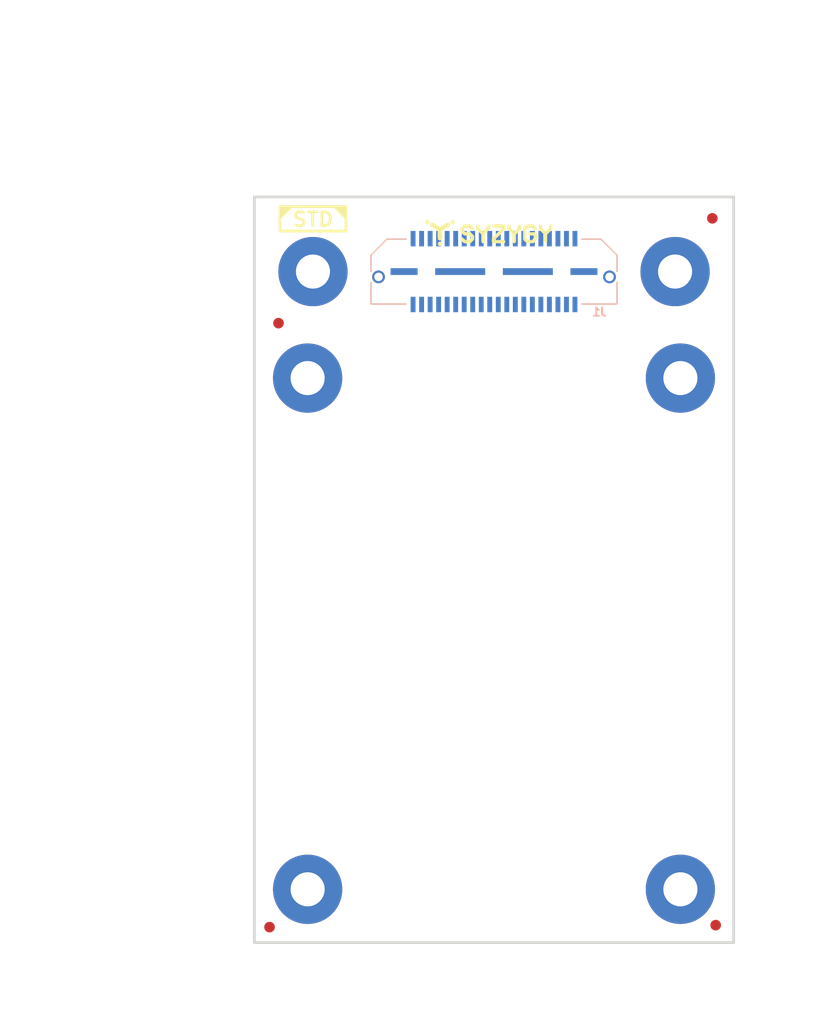
<source format=kicad_pcb>
(kicad_pcb (version 20240108) (generator "pcbnew") (generator_version "8.0")
  (layers (0 "F.Cu" signal) (1 "In1.Cu" signal) (2 "In2.Cu" signal) (31 "B.Cu" signal) (34 "B.Paste" user) (35 "F.Paste" user) (36 "B.SilkS" user "B.Silkscreen") (37 "F.SilkS" user "F.Silkscreen") (38 "B.Mask" user) (39 "F.Mask" user) (44 "Edge.Cuts" user))
  (net 0 "")
  (footprint "Fiducial:Fiducial_1mm_Mask2mm" (layer "F.Cu") (at 144.9378 121.67979)
    (property "Reference" "FID8" (hide yes))
    (property "Value" "Fiducial" (hide yes))
    (pad "" smd circle (at 0 0) (size 1 1) (layers "F.Cu" "F.Mask") (clearance 0.5))
  )
  (footprint "Fiducial:Fiducial_1mm_Mask2mm" (layer "F.Cu") (at 144.6254 55.31459)
    (property "Reference" "FID6" (hide yes))
    (property "Value" "Fiducial" (hide yes))
    (pad "" smd circle (at 0 0) (size 1 1) (layers "F.Cu" "F.Mask") (clearance 0.5))
  )
  (footprint "SYZYGY:MountingHole_3.2mm_M3_6.5mm_Pad_TopBottom" (layer "F.Cu") (at 141.6254 118.31459)
    (property "Reference" "H6" (hide yes))
    (property "Value" "MountingHole_Pad" (hide yes))
    (pad "1" thru_hole circle (at 0 0) (size 3.6 3.6) (drill 3.2) (layers "*.Cu" "*.Mask"))
    (pad "1" connect circle (at 0 0) (size 6.5 6.5) (layers "F.Cu" "F.Mask"))
    (pad "1" connect circle (at 0 0) (size 6.5 6.5) (layers "B.Cu" "B.Mask"))
  )
  (footprint "SYZYGY:MountingHole_3.2mm_M3_6.5mm_Pad_TopBottom" (layer "F.Cu") (at 141.1254 60.31459)
    (property "Reference" "H2" (hide yes))
    (property "Value" "MountingHole_Pad" (hide yes))
    (pad "1" thru_hole circle (at 0 0) (size 3.6 3.6) (drill 3.2) (layers "*.Cu" "*.Mask"))
    (pad "1" connect circle (at 0 0) (size 6.5 6.5) (layers "F.Cu" "F.Mask"))
    (pad "1" connect circle (at 0 0) (size 6.5 6.5) (layers "B.Cu" "B.Mask"))
  )
  (footprint "SYZYGY:MountingHole_3.2mm_M3_6.5mm_Pad_TopBottom" (layer "F.Cu") (at 106.6254 118.31459)
    (property "Reference" "H5" (hide yes))
    (property "Value" "MountingHole_Pad" (hide yes))
    (pad "1" thru_hole circle (at 0 0) (size 3.6 3.6) (drill 3.2) (layers "*.Cu" "*.Mask"))
    (pad "1" connect circle (at 0 0) (size 6.5 6.5) (layers "F.Cu" "F.Mask"))
    (pad "1" connect circle (at 0 0) (size 6.5 6.5) (layers "B.Cu" "B.Mask"))
  )
  (footprint "Fiducial:Fiducial_1mm_Mask2mm" (layer "F.Cu") (at 103.8924 65.15759)
    (property "Reference" "FID5" (hide yes))
    (property "Value" "Fiducial" (hide yes))
    (pad "" smd circle (at 0 0) (size 1 1) (layers "F.Cu" "F.Mask") (clearance 0.5))
  )
  (footprint "SYZYGY:MountingHole_3.2mm_M3_6.5mm_Pad_TopBottom" (layer "F.Cu") (at 106.6254 70.31459)
    (property "Reference" "H3" (hide yes))
    (property "Value" "MountingHole_Pad" (hide yes))
    (pad "1" thru_hole circle (at 0 0) (size 3.6 3.6) (drill 3.2) (layers "*.Cu" "*.Mask"))
    (pad "1" connect circle (at 0 0) (size 6.5 6.5) (layers "F.Cu" "F.Mask"))
    (pad "1" connect circle (at 0 0) (size 6.5 6.5) (layers "B.Cu" "B.Mask"))
  )
  (footprint "SYZYGY:SYZYGY_Logo" (layer "F.Cu") (at 123.5754 56.66459)
    (property "Reference" "G***" (hide yes))
    (property "Value" "LOGO" (hide yes))
    (fp_poly (pts (xy -4.486706 0.841878) (xy -4.399286 0.883196) (xy -4.343438 0.94897) (xy -4.322262 1.028861) (xy -4.338858 1.112529) (xy -4.385496 1.179413) (xy -4.461116 1.23299) (xy -4.540266 1.241842) (xy -4.620767 1.212281) (xy -4.688054 1.152367) (xy -4.721417 1.071681) (xy -4.715716 0.984231) (xy -4.710094 0.968729) (xy -4.661769 0.900473) (xy -4.590621 0.853885) (xy -4.512941 0.838217) (xy -4.486706 0.841878)) (stroke (width 0.01)) (fill solid) (layer "F.SilkS"))
    (fp_poly (pts (xy -3.234335 -1.163329) (xy -3.200143 -1.129683) (xy -3.149568 -1.042819) (xy -3.145001 -0.957961) (xy -3.186406 -0.876334) (xy -3.20786 -0.852587) (xy -3.284178 -0.798359) (xy -3.360075 -0.79016) (xy -3.437732 -0.827959) (xy -3.462053 -0.848591) (xy -3.523357 -0.929004) (xy -3.539086 -1.012096) (xy -3.50913 -1.094683) (xy -3.472033 -1.139851) (xy -3.393497 -1.192206) (xy -3.311971 -1.199946) (xy -3.234335 -1.163329)) (stroke (width 0.01)) (fill solid) (layer "F.SilkS"))
    (fp_poly (pts (xy -5.606328 -1.17066) (xy -5.542021 -1.106276) (xy -5.518261 -1.061056) (xy -5.505622 -0.975581) (xy -5.532765 -0.893916) (xy -5.59435 -0.829699) (xy -5.613196 -0.818638) (xy -5.682551 -0.790524) (xy -5.738133 -0.791772) (xy -5.784272 -0.811892) (xy -5.864712 -0.876161) (xy -5.903582 -0.953602) (xy -5.899604 -1.037466) (xy -5.851503 -1.121005) (xy -5.844281 -1.129013) (xy -5.766989 -1.184015) (xy -5.684495 -1.197236) (xy -5.606328 -1.17066)) (stroke (width 0.01)) (fill solid) (layer "F.SilkS"))
    (fp_poly (pts (xy 4.955766 -0.765813) (xy 5.009727 -0.715625) (xy 5.045254 -0.634915) (xy 5.056569 -0.542059) (xy 5.059601 -0.496685) (xy 5.072381 -0.4569) (xy 5.101003 -0.413302) (xy 5.151557 -0.356486) (xy 5.224879 -0.282268) (xy 5.392849 -0.11542) (xy 5.559697 -0.283389) (xy 5.635155 -0.360477) (xy 5.683583 -0.415229) (xy 5.710959 -0.457613) (xy 5.72326 -0.497593) (xy 5.726465 -0.545135) (xy 5.726546 -0.561547) (xy 5.73323 -0.64258) (xy 5.757845 -0.698921) (xy 5.783223 -0.728413) (xy 5.840798 -0.773808) (xy 5.892597 -0.779698) (xy 5.953387 -0.746797) (xy 5.965886 -0.737233) (xy 5.99627 -0.70991) (xy 6.014412 -0.67898) (xy 6.023439 -0.632404) (xy 6.026477 -0.558142) (xy 6.026728 -0.502873) (xy 6.026728 -0.316371) (xy 5.541818 0.175711) (xy 5.541818 0.521445) (xy 5.540709 0.666442) (xy 5.536995 0.772058) (xy 5.530094 0.845046) (xy 5.519424 0.892164) (xy 5.507888 0.915621) (xy 5.449058 0.966871) (xy 5.378231 0.979165) (xy 5.357091 0.974592) (xy 5.315336 0.958688) (xy 5.285042 0.936333) (xy 5.264387 0.900577) (xy 5.251546 0.844468) (xy 5.244696 0.761056) (xy 5.242013 0.643388) (xy 5.241637 0.534549) (xy 5.241637 0.175711) (xy 4.999182 -0.07033) (xy 4.756728 -0.316371) (xy 4.756728 -0.515562) (xy 4.757601 -0.612643) (xy 4.762052 -0.674537) (xy 4.772826 -0.712235) (xy 4.79267 -0.736725) (xy 4.816244 -0.75375) (xy 4.889298 -0.780261) (xy 4.955766 -0.765813)) (stroke (width 0.01)) (fill solid) (layer "F.SilkS"))
    (fp_poly (pts (xy 2.023347 -0.7609) (xy 2.081037 -0.714733) (xy 2.114748 -0.629574) (xy 2.124364 -0.521831) (xy 2.126732 -0.473997) (xy 2.138013 -0.434239) (xy 2.164476 -0.392736) (xy 2.21239 -0.339668) (xy 2.288021 -0.265216) (xy 2.288371 -0.264877) (xy 2.452379 -0.106541) (xy 2.62319 -0.281268) (xy 2.699538 -0.3605) (xy 2.748936 -0.416891) (xy 2.777227 -0.460112) (xy 2.790259 -0.499834) (xy 2.793876 -0.54573) (xy 2.794 -0.563865) (xy 2.808514 -0.660939) (xy 2.84715 -0.730404) (xy 2.902555 -0.768086) (xy 2.967373 -0.769813) (xy 3.034248 -0.73141) (xy 3.053773 -0.711254) (xy 3.076594 -0.671501) (xy 3.089331 -0.610828) (xy 3.094025 -0.51808) (xy 3.094182 -0.490446) (xy 3.094182 -0.316371) (xy 2.851728 -0.07033) (xy 2.609273 0.175711) (xy 2.609273 0.527632) (xy 2.608987 0.662403) (xy 2.607393 0.758966) (xy 2.603383 0.825294) (xy 2.595853 0.869361) (xy 2.583696 0.899139) (xy 2.565806 0.922602) (xy 2.552595 0.936231) (xy 2.482475 0.984435) (xy 2.41445 0.986558) (xy 2.372271 0.964045) (xy 2.33961 0.929383) (xy 2.315868 0.877975) (xy 2.299868 0.80323) (xy 2.290431 0.698557) (xy 2.28638 0.557365) (xy 2.286 0.481315) (xy 2.286 0.157455) (xy 2.086129 -0.0425) (xy 1.980501 -0.150249) (xy 1.904389 -0.234557) (xy 1.853103 -0.303008) (xy 1.821951 -0.363188) (xy 1.806243 -0.422684) (xy 1.80129 -0.489081) (xy 1.801177 -0.503374) (xy 1.813342 -0.623905) (xy 1.848291 -0.711016) (xy 1.903421 -0.761687) (xy 1.976129 -0.772901) (xy 2.023347 -0.7609)) (stroke (width 0.01)) (fill solid) (layer "F.SilkS"))
    (fp_poly (pts (xy 0.044454 -0.772769) (xy 0.104959 -0.728413) (xy 0.135236 -0.692392) (xy 0.152405 -0.651049) (xy 0.160018 -0.590419) (xy 0.161637 -0.505599) (xy 0.161637 -0.339462) (xy -0.080818 -0.093421) (xy -0.323272 0.15262) (xy -0.323272 0.493093) (xy -0.325325 0.654422) (xy -0.332459 0.775625) (xy -0.346142 0.862615) (xy -0.367841 0.921306) (xy -0.399023 0.957612) (xy -0.441154 0.977448) (xy -0.443575 0.978113) (xy -0.499457 0.990086) (xy -0.53629 0.982687) (xy -0.57648 0.949499) (xy -0.589868 0.936231) (xy -0.611285 0.913112) (xy -0.62649 0.888286) (xy -0.636546 0.853914) (xy -0.642516 0.802157) (xy -0.645463 0.725178) (xy -0.64645 0.615136) (xy -0.646545 0.51842) (xy -0.646545 0.157286) (xy -0.862324 -0.05413) (xy -0.945876 -0.137805) (xy -1.018748 -0.214156) (xy -1.07365 -0.275306) (xy -1.103288 -0.313381) (xy -1.104778 -0.315982) (xy -1.118718 -0.364994) (xy -1.128372 -0.442237) (xy -1.131454 -0.519077) (xy -1.128985 -0.6066) (xy -1.118865 -0.663117) (xy -1.097021 -0.703666) (xy -1.074777 -0.728413) (xy -1.017202 -0.773808) (xy -0.965403 -0.779698) (xy -0.904613 -0.746797) (xy -0.892114 -0.737233) (xy -0.854318 -0.699708) (xy -0.836243 -0.653679) (xy -0.831299 -0.581321) (xy -0.831272 -0.572685) (xy -0.829902 -0.51933) (xy -0.821925 -0.477499) (xy -0.801544 -0.4373) (xy -0.762962 -0.388843) (xy -0.700379 -0.322234) (xy -0.660462 -0.281268) (xy -0.489651 -0.106541) (xy -0.328333 -0.262281) (xy -0.25407 -0.33492) (xy -0.206557 -0.386969) (xy -0.179216 -0.429805) (xy -0.165466 -0.474805) (xy -0.158727 -0.533345) (xy -0.156831 -0.558809) (xy -0.146581 -0.646457) (xy -0.128301 -0.702047) (xy -0.097184 -0.739587) (xy -0.093856 -0.742344) (xy -0.022904 -0.780135) (xy 0.044454 -0.772769)) (stroke (width 0.01)) (fill solid) (layer "F.SilkS"))
    (fp_poly (pts (xy -5.216508 -0.936997) (xy -5.179965 -0.927083) (xy -5.130607 -0.905803) (xy -5.062152 -0.870343) (xy -4.968317 -0.817891) (xy -4.842822 -0.745632) (xy -4.799038 -0.720239) (xy -4.701304 -0.665126) (xy -4.61577 -0.619874) (xy -4.551476 -0.589066) (xy -4.517463 -0.577284) (xy -4.516986 -0.577273) (xy -4.48349 -0.588763) (xy -4.42069 -0.619849) (xy -4.33832 -0.665451) (xy -4.266857 -0.707765) (xy -4.11015 -0.800807) (xy -3.985506 -0.868257) (xy -3.887405 -0.911361) (xy -3.810328 -0.931366) (xy -3.748754 -0.929518) (xy -3.697166 -0.907065) (xy -3.650042 -0.865252) (xy -3.63675 -0.850072) (xy -3.594181 -0.785939) (xy -3.580979 -0.72517) (xy -3.599656 -0.66407) (xy -3.652723 -0.598943) (xy -3.742691 -0.526094) (xy -3.872071 -0.441828) (xy -3.94271 -0.399844) (xy -4.046471 -0.339675) (xy -4.139175 -0.286379) (xy -4.211812 -0.245106) (xy -4.255369 -0.221005) (xy -4.259725 -0.218735) (xy -4.276506 -0.207373) (xy -4.289081 -0.188344) (xy -4.29835 -0.155014) (xy -4.305216 -0.100754) (xy -4.310579 -0.018932) (xy -4.31534 0.097085) (xy -4.319354 0.219992) (xy -4.323717 0.353164) (xy -4.327947 0.469295) (xy -4.33174 0.560953) (xy -4.334789 0.620707) (xy -4.336672 0.641112) (xy -4.363301 0.661605) (xy -4.412582 0.690917) (xy -4.466327 0.719132) (xy -4.506343 0.736335) (xy -4.514272 0.737919) (xy -4.549728 0.72878) (xy -4.605073 0.707623) (xy -4.610591 0.705248) (xy -4.668632 0.669869) (xy -4.707934 0.628286) (xy -4.708727 0.626852) (xy -4.718238 0.585462) (xy -4.72578 0.504311) (xy -4.730982 0.389792) (xy -4.733472 0.248298) (xy -4.733636 0.19808) (xy -4.733636 -0.184148) (xy -4.820227 -0.238495) (xy -4.895779 -0.284336) (xy -4.981986 -0.33448) (xy -5.010727 -0.350672) (xy -5.155044 -0.431608) (xy -5.263734 -0.495) (xy -5.341827 -0.545208) (xy -5.394351 -0.586595) (xy -5.426336 -0.623522) (xy -5.442808 -0.660351) (xy -5.448799 -0.701445) (xy -5.449454 -0.731214) (xy -5.428282 -0.815294) (xy -5.372442 -0.885955) (xy -5.293448 -0.929717) (xy -5.276272 -0.933979) (xy -5.246516 -0.938357) (xy -5.216508 -0.936997)) (stroke (width 0.01)) (fill solid) (layer "F.SilkS"))
    (fp_poly (pts (xy 1.122718 -0.784102) (xy 1.261265 -0.781336) (xy 1.379391 -0.777096) (xy 1.469419 -0.771682) (xy 1.523672 -0.765398) (xy 1.532879 -0.763014) (xy 1.581873 -0.721297) (xy 1.616826 -0.644476) (xy 1.634794 -0.542276) (xy 1.633466 -0.430707) (xy 1.62968 -0.398037) (xy 1.622807 -0.368354) (xy 1.609319 -0.33741) (xy 1.585689 -0.300957) (xy 1.548389 -0.254745) (xy 1.493891 -0.194527) (xy 1.418666 -0.116054) (xy 1.319188 -0.015079) (xy 1.191929 0.112647) (xy 1.134612 0.170022) (xy 1.011931 0.293354) (xy 0.900551 0.406385) (xy 0.804491 0.504949) (xy 0.727772 0.584885) (xy 0.674411 0.642029) (xy 0.648429 0.672216) (xy 0.646546 0.675606) (xy 0.668464 0.680892) (xy 0.729535 0.685516) (xy 0.822729 0.689207) (xy 0.941018 0.691697) (xy 1.077374 0.692716) (xy 1.09324 0.692727) (xy 1.249081 0.693087) (xy 1.365292 0.694547) (xy 1.448421 0.697678) (xy 1.505017 0.703049) (xy 1.541627 0.711231) (xy 1.564801 0.722795) (xy 1.578149 0.734955) (xy 1.611607 0.802943) (xy 1.608649 0.879805) (xy 1.570182 0.946727) (xy 1.5531 0.961405) (xy 1.531015 0.9726) (xy 1.497948 0.980782) (xy 1.447915 0.986419) (xy 1.374936 0.989981) (xy 1.273027 0.991937) (xy 1.136209 0.992756) (xy 0.981364 0.992909) (xy 0.808695 0.992704) (xy 0.676225 0.991778) (xy 0.577974 0.98966) (xy 0.507958 0.985881) (xy 0.460196 0.979973) (xy 0.428706 0.971467) (xy 0.407508 0.959892) (xy 0.392546 0.946727) (xy 0.368809 0.915521) (xy 0.354728 0.872767) (xy 0.348012 0.806777) (xy 0.346364 0.711273) (xy 0.346364 0.522) (xy 0.834906 0.031527) (xy 1.323447 -0.458946) (xy 0.88345 -0.466155) (xy 0.728359 -0.469097) (xy 0.612683 -0.472595) (xy 0.529655 -0.477357) (xy 0.472509 -0.484093) (xy 0.434477 -0.493512) (xy 0.408793 -0.506323) (xy 0.394908 -0.517352) (xy 0.352852 -0.58221) (xy 0.351366 -0.654629) (xy 0.389716 -0.721509) (xy 0.407205 -0.737233) (xy 0.429688 -0.752969) (xy 0.456023 -0.764825) (xy 0.492648 -0.773348) (xy 0.546001 -0.779084) (xy 0.622519 -0.782578) (xy 0.728638 -0.784376) (xy 0.870798 -0.785026) (xy 0.971429 -0.785091) (xy 1.122718 -0.784102)) (stroke (width 0.01)) (fill solid) (layer "F.SilkS"))
    (fp_poly (pts (xy -1.937826 -0.78313) (xy -1.88288 -0.781482) (xy -1.63707 -0.773545) (xy -1.473777 -0.605947) (xy -1.3995 -0.528352) (xy -1.352866 -0.474237) (xy -1.328486 -0.434807) (xy -1.32097 -0.401268) (xy -1.32493 -0.364826) (xy -1.32519 -0.363493) (xy -1.356266 -0.280588) (xy -1.407426 -0.238182) (xy -1.476333 -0.236396) (xy -1.560649 -0.275357) (xy -1.64884 -0.346364) (xy -1.770917 -0.461818) (xy -1.963695 -0.461818) (xy -2.060532 -0.460598) (xy -2.123969 -0.454887) (xy -2.166766 -0.441611) (xy -2.201681 -0.417697) (xy -2.221236 -0.399771) (xy -2.275941 -0.323362) (xy -2.284733 -0.243905) (xy -2.247671 -0.162787) (xy -2.209855 -0.119984) (xy -2.174273 -0.086968) (xy -2.142186 -0.065642) (xy -2.10266 -0.053453) (xy -2.044759 -0.047845) (xy -1.957549 -0.046262) (xy -1.894031 -0.046182) (xy -1.654352 -0.046182) (xy -1.311148 0.297022) (xy -1.319607 0.483284) (xy -1.328065 0.669547) (xy -1.483908 0.825455) (xy -1.639751 0.981364) (xy -1.934012 0.988044) (xy -2.059896 0.990058) (xy -2.14906 0.98877) (xy -2.210907 0.983224) (xy -2.254839 0.972465) (xy -2.290257 0.955534) (xy -2.297545 0.951073) (xy -2.349597 0.911126) (xy -2.416527 0.85032) (xy -2.4765 0.789518) (xy -2.552698 0.690815) (xy -2.587977 0.603771) (xy -2.581898 0.530744) (xy -2.534862 0.474673) (xy -2.484454 0.447463) (xy -2.436382 0.44442) (xy -2.381471 0.468616) (xy -2.310541 0.523123) (xy -2.262909 0.565727) (xy -2.124765 0.692727) (xy -1.953026 0.692727) (xy -1.862948 0.691376) (xy -1.804049 0.684266) (xy -1.761341 0.66681) (xy -1.719836 0.634425) (xy -1.698826 0.614955) (xy -1.635091 0.538498) (xy -1.61619 0.467895) (xy -1.642203 0.397625) (xy -1.702954 0.331105) (xy -1.743237 0.29656) (xy -1.778223 0.274275) (xy -1.819249 0.261563) (xy -1.877648 0.255735) (xy -1.964755 0.254102) (xy -2.027941 0.254018) (xy -2.266337 0.254) (xy -2.40632 0.121227) (xy -2.502577 0.0214) (xy -2.564567 -0.066676) (xy -2.598148 -0.154105) (xy -2.609183 -0.251993) (xy -2.609272 -0.263301) (xy -2.603098 -0.355318) (xy -2.580373 -0.432269) (xy -2.534793 -0.506456) (xy -2.460054 -0.590182) (xy -2.423028 -0.626737) (xy -2.354551 -0.690027) (xy -2.294749 -0.734523) (xy -2.2334 -0.763151) (xy -2.160279 -0.778843) (xy -2.065163 -0.784526) (xy -1.937826 -0.78313)) (stroke (width 0.01)) (fill solid) (layer "F.SilkS"))
    (fp_poly (pts (xy 4.386649 -0.612528) (xy 4.464988 -0.53203) (xy 4.514192 -0.473179) (xy 4.540151 -0.427518) (xy 4.54875 -0.386589) (xy 4.548909 -0.379425) (xy 4.535271 -0.31353) (xy 4.506682 -0.269124) (xy 4.448073 -0.234634) (xy 4.384884 -0.237381) (xy 4.311729 -0.278908) (xy 4.237182 -0.346364) (xy 4.123464 -0.461818) (xy 3.92508 -0.461818) (xy 3.828313 -0.461027) (xy 3.765097 -0.456299) (xy 3.722802 -0.4441) (xy 3.688798 -0.420897) (xy 3.652894 -0.385673) (xy 3.579091 -0.309529) (xy 3.579091 0.521718) (xy 3.666656 0.607223) (xy 3.713455 0.65073) (xy 3.752868 0.676226) (xy 3.799675 0.68852) (xy 3.868654 0.692418) (xy 3.929514 0.692727) (xy 4.104808 0.692727) (xy 4.189473 0.599013) (xy 4.23913 0.539522) (xy 4.263112 0.491048) (xy 4.269049 0.432619) (xy 4.267206 0.385422) (xy 4.260273 0.265545) (xy 4.06103 0.258915) (xy 3.939282 0.249921) (xy 3.856837 0.230109) (xy 3.807385 0.195904) (xy 3.784618 0.143729) (xy 3.781137 0.100297) (xy 3.788381 0.045542) (xy 3.813991 0.005843) (xy 3.863782 -0.020982) (xy 3.943569 -0.037114) (xy 4.059167 -0.044737) (xy 4.171517 -0.046182) (xy 4.291845 -0.0457) (xy 4.375149 -0.043248) (xy 4.430585 -0.037316) (xy 4.467308 -0.026396) (xy 4.494474 -0.008977) (xy 4.515323 0.010496) (xy 4.53971 0.037601) (xy 4.555878 0.067213) (xy 4.565507 0.108952) (xy 4.570278 0.172436) (xy 4.57187 0.267286) (xy 4.572 0.334915) (xy 4.569303 0.478926) (xy 4.560893 0.581851) (xy 4.546294 0.64849) (xy 4.539175 0.66501) (xy 4.500287 0.71999) (xy 4.437581 0.790278) (xy 4.363944 0.863158) (xy 4.292266 0.925915) (xy 4.235435 0.965834) (xy 4.232927 0.967149) (xy 4.18846 0.977656) (xy 4.110036 0.985188) (xy 4.009786 0.989679) (xy 3.899842 0.991064) (xy 3.792338 0.989278) (xy 3.699404 0.984258) (xy 3.633174 0.975936) (xy 3.613728 0.97046) (xy 3.57672 0.945431) (xy 3.518819 0.895984) (xy 3.450698 0.831415) (xy 3.429 0.809604) (xy 3.290455 0.66827) (xy 3.283426 0.145676) (xy 3.281948 -0.061145) (xy 3.283639 -0.224468) (xy 3.288475 -0.343563) (xy 3.296435 -0.417699) (xy 3.301947 -0.438599) (xy 3.330172 -0.483604) (xy 3.38223 -0.547899) (xy 3.448113 -0.619353) (xy 3.46557 -0.636913) (xy 3.603643 -0.773545) (xy 4.224388 -0.773545) (xy 4.386649 -0.612528)) (stroke (width 0.01)) (fill solid) (layer "F.SilkS"))
  )
  (footprint "SYZYGY:SYZYGY_STD_Logo" (layer "F.Cu") (at 110.2254 56.51459)
    (property "Reference" "REF**" (hide yes))
    (property "Value" "SYZYGY_STD_Logo" (hide yes))
    (fp_line (start -6.2 -2.3) (end -6.2 0) (stroke (width 0.254)) (layer "F.SilkS"))
    (fp_line (start -6.2 -2.3) (end 0 -2.3) (stroke (width 0.254)) (layer "F.SilkS"))
    (fp_line (start -6.2 0) (end 0 0) (stroke (width 0.254)) (layer "F.SilkS"))
    (fp_line (start -5.1 -2.3) (end -6.2 -1.2) (stroke (width 0.254)) (layer "F.SilkS"))
    (fp_line (start -1.1 -2.3) (end 0 -1.2) (stroke (width 0.254)) (layer "F.SilkS"))
    (fp_line (start 0 -2.3) (end 0 0) (stroke (width 0.254)) (layer "F.SilkS"))
    (fp_poly (pts (xy -6.2 -1.2) (xy -6.2 -2.3) (xy -5.1 -2.3)) (stroke (width 0.15)) (fill solid) (layer "F.SilkS"))
    (fp_poly (pts (xy -1.1 -2.3) (xy 0 -2.3) (xy 0 -1.2)) (stroke (width 0.15)) (fill solid) (layer "F.SilkS"))
    (fp_text user "STD" (at -3.1 -1.1 0) (layer "F.SilkS") (effects (font (size 1.3 1.4) (thickness 0.25))))
  )
  (footprint "Fiducial:Fiducial_1mm_Mask2mm" (layer "F.Cu") (at 103.0478 121.86539)
    (property "Reference" "FID7" (hide yes))
    (property "Value" "Fiducial" (hide yes))
    (pad "" smd circle (at 0 0) (size 1 1) (layers "F.Cu" "F.Mask") (clearance 0.5))
  )
  (footprint "SYZYGY:MountingHole_3.2mm_M3_6.5mm_Pad_TopBottom" (layer "F.Cu") (at 141.6254 70.31459)
    (property "Reference" "H4" (hide yes))
    (property "Value" "MountingHole_Pad" (hide yes))
    (pad "1" thru_hole circle (at 0 0) (size 3.6 3.6) (drill 3.2) (layers "*.Cu" "*.Mask"))
    (pad "1" connect circle (at 0 0) (size 6.5 6.5) (layers "F.Cu" "F.Mask"))
    (pad "1" connect circle (at 0 0) (size 6.5 6.5) (layers "B.Cu" "B.Mask"))
  )
  (footprint "SYZYGY:MountingHole_3.2mm_M3_6.5mm_Pad_TopBottom" (layer "F.Cu") (at 107.1254 60.31459)
    (property "Reference" "H1" (hide yes))
    (property "Value" "MountingHole_Pad" (hide yes))
    (pad "1" thru_hole circle (at 0 0) (size 3.6 3.6) (drill 3.2) (layers "*.Cu" "*.Mask"))
    (pad "1" connect circle (at 0 0) (size 6.5 6.5) (layers "F.Cu" "F.Mask"))
    (pad "1" connect circle (at 0 0) (size 6.5 6.5) (layers "B.Cu" "B.Mask"))
  )
  (footprint "SYZYGY:QTE-020-01-F-D-A" (layer "B.Cu") (at 124.12572 60.31459)
    (property "Reference" "J1" (at 9.9 3.8 0) (layer "B.SilkS") (effects (font (size 0.762 0.762) (thickness 0.1905)) (justify mirror)))
    (property "Value" "SYZYGY_STD")
    (fp_line (start -11.55 -1.55) (end -11.55 0) (stroke (width 0.12)) (layer "B.SilkS"))
    (fp_line (start -11.55 1.016) (end -11.55 2.032) (stroke (width 0.12)) (layer "B.SilkS"))
    (fp_line (start -11.55 2.032) (end -11.55 3.048) (stroke (width 0.12)) (layer "B.SilkS"))
    (fp_line (start -11.55 3.048) (end -8.248 3.048) (stroke (width 0.12)) (layer "B.SilkS"))
    (fp_line (start -10.0584 -3.048) (end -11.55 -1.55) (stroke (width 0.12)) (layer "B.SilkS"))
    (fp_line (start -8.248 -3.048) (end -10.0584 -3.048) (stroke (width 0.12)) (layer "B.SilkS"))
    (fp_line (start 8.248 -3.048) (end 10.033 -3.048) (stroke (width 0.12)) (layer "B.SilkS"))
    (fp_line (start 10.033 -3.048) (end 11.55 -1.55) (stroke (width 0.12)) (layer "B.SilkS"))
    (fp_line (start 11.55 -1.55) (end 11.55 0) (stroke (width 0.12)) (layer "B.SilkS"))
    (fp_line (start 11.55 1.016) (end 11.55 2.032) (stroke (width 0.12)) (layer "B.SilkS"))
    (fp_line (start 11.55 2.032) (end 11.55 3.048) (stroke (width 0.12)) (layer "B.SilkS"))
    (fp_line (start 11.55 3.048) (end 8.248 3.048) (stroke (width 0.12)) (layer "B.SilkS"))
    (pad "" np_thru_hole circle (at -9.24 2.04 180) (size 1.02 1.02) (drill 1.02) (layers "*.Mask" "F.Cu" "In1.Cu" "In2.Cu" "B.Cu"))
    (pad "" np_thru_hole circle (at 9.24 2.04 180) (size 1.02 1.02) (drill 1.02) (layers "*.Mask" "F.Cu" "In1.Cu" "In2.Cu" "B.Cu"))
    (pad "0" smd rect (at -8.445 0) (size 2.54 0.64) (layers "B.Cu" "B.Paste" "B.Mask"))
    (pad "0" smd rect (at -3.175 0) (size 4.7 0.64) (layers "B.Cu" "B.Paste" "B.Mask"))
    (pad "0" smd rect (at 3.175 0) (size 4.7 0.64) (layers "B.Cu" "B.Paste" "B.Mask"))
    (pad "0" smd rect (at 8.445 0) (size 2.54 0.64) (layers "B.Cu" "B.Paste" "B.Mask"))
    (pad "1" smd rect (at -7.6 3.09) (size 0.46 1.45) (layers "B.Cu" "B.Paste" "B.Mask"))
    (pad "2" smd rect (at -7.6 -3.09) (size 0.46 1.45) (layers "B.Cu" "B.Paste" "B.Mask"))
    (pad "3" smd rect (at -6.8 3.09) (size 0.46 1.45) (layers "B.Cu" "B.Paste" "B.Mask"))
    (pad "4" smd rect (at -6.8 -3.09) (size 0.46 1.45) (layers "B.Cu" "B.Paste" "B.Mask"))
    (pad "5" smd rect (at -6 3.09) (size 0.46 1.45) (layers "B.Cu" "B.Paste" "B.Mask"))
    (pad "6" smd rect (at -6 -3.09) (size 0.46 1.45) (layers "B.Cu" "B.Paste" "B.Mask"))
    (pad "7" smd rect (at -5.2 3.09) (size 0.46 1.45) (layers "B.Cu" "B.Paste" "B.Mask"))
    (pad "8" smd rect (at -5.2 -3.09) (size 0.46 1.45) (layers "B.Cu" "B.Paste" "B.Mask"))
    (pad "9" smd rect (at -4.4 3.09) (size 0.46 1.45) (layers "B.Cu" "B.Paste" "B.Mask"))
    (pad "10" smd rect (at -4.4 -3.09) (size 0.46 1.45) (layers "B.Cu" "B.Paste" "B.Mask"))
    (pad "11" smd rect (at -3.6 3.09) (size 0.46 1.45) (layers "B.Cu" "B.Paste" "B.Mask"))
    (pad "12" smd rect (at -3.6 -3.09) (size 0.46 1.45) (layers "B.Cu" "B.Paste" "B.Mask"))
    (pad "13" smd rect (at -2.8 3.09) (size 0.46 1.45) (layers "B.Cu" "B.Paste" "B.Mask"))
    (pad "14" smd rect (at -2.8 -3.09) (size 0.46 1.45) (layers "B.Cu" "B.Paste" "B.Mask"))
    (pad "15" smd rect (at -2 3.09) (size 0.46 1.45) (layers "B.Cu" "B.Paste" "B.Mask"))
    (pad "16" smd rect (at -2 -3.09) (size 0.46 1.45) (layers "B.Cu" "B.Paste" "B.Mask"))
    (pad "17" smd rect (at -1.2 3.09) (size 0.46 1.45) (layers "B.Cu" "B.Paste" "B.Mask"))
    (pad "18" smd rect (at -1.2 -3.09) (size 0.46 1.45) (layers "B.Cu" "B.Paste" "B.Mask"))
    (pad "19" smd rect (at -0.4 3.09) (size 0.46 1.45) (layers "B.Cu" "B.Paste" "B.Mask"))
    (pad "20" smd rect (at -0.4 -3.09) (size 0.46 1.45) (layers "B.Cu" "B.Paste" "B.Mask"))
    (pad "21" smd rect (at 0.4 3.09) (size 0.46 1.45) (layers "B.Cu" "B.Paste" "B.Mask"))
    (pad "22" smd rect (at 0.4 -3.09) (size 0.46 1.45) (layers "B.Cu" "B.Paste" "B.Mask"))
    (pad "23" smd rect (at 1.2 3.09) (size 0.46 1.45) (layers "B.Cu" "B.Paste" "B.Mask"))
    (pad "24" smd rect (at 1.2 -3.09) (size 0.46 1.45) (layers "B.Cu" "B.Paste" "B.Mask"))
    (pad "25" smd rect (at 2 3.09) (size 0.46 1.45) (layers "B.Cu" "B.Paste" "B.Mask"))
    (pad "26" smd rect (at 2 -3.09) (size 0.46 1.45) (layers "B.Cu" "B.Paste" "B.Mask"))
    (pad "27" smd rect (at 2.8 3.09) (size 0.46 1.45) (layers "B.Cu" "B.Paste" "B.Mask"))
    (pad "28" smd rect (at 2.8 -3.09) (size 0.46 1.45) (layers "B.Cu" "B.Paste" "B.Mask"))
    (pad "29" smd rect (at 3.6 3.09) (size 0.46 1.45) (layers "B.Cu" "B.Paste" "B.Mask"))
    (pad "30" smd rect (at 3.6 -3.09) (size 0.46 1.45) (layers "B.Cu" "B.Paste" "B.Mask"))
    (pad "31" smd rect (at 4.4 3.09) (size 0.46 1.45) (layers "B.Cu" "B.Paste" "B.Mask"))
    (pad "32" smd rect (at 4.4 -3.09) (size 0.46 1.45) (layers "B.Cu" "B.Paste" "B.Mask"))
    (pad "33" smd rect (at 5.2 3.09) (size 0.46 1.45) (layers "B.Cu" "B.Paste" "B.Mask"))
    (pad "34" smd rect (at 5.2 -3.09) (size 0.46 1.45) (layers "B.Cu" "B.Paste" "B.Mask"))
    (pad "35" smd rect (at 6 3.09) (size 0.46 1.45) (layers "B.Cu" "B.Paste" "B.Mask"))
    (pad "36" smd rect (at 6 -3.09) (size 0.46 1.45) (layers "B.Cu" "B.Paste" "B.Mask"))
    (pad "37" smd rect (at 6.8 3.09) (size 0.46 1.45) (layers "B.Cu" "B.Paste" "B.Mask"))
    (pad "38" smd rect (at 6.8 -3.09) (size 0.46 1.45) (layers "B.Cu" "B.Paste" "B.Mask"))
    (pad "39" smd rect (at 7.6 3.09) (size 0.46 1.45) (layers "B.Cu" "B.Paste" "B.Mask"))
    (pad "40" smd rect (at 7.6 -3.09) (size 0.46 1.45) (layers "B.Cu" "B.Paste" "B.Mask"))
    (pad "MH" thru_hole circle (at -10.845 0.5 180) (size 1.2 1.2) (drill 0.8) (layers "*.Cu" "*.Mask"))
    (pad "MH" thru_hole circle (at 10.845 0.5 180) (size 1.2 1.2) (drill 0.8) (layers "*.Cu" "*.Mask"))
  )
  (gr_line (start 101.6254 123.31459) (end 146.6254 123.31459) (stroke (width 0.254)) (layer "Edge.Cuts"))
  (gr_line (start 146.6254 53.31459) (end 101.6254 53.31459) (stroke (width 0.254)) (layer "Edge.Cuts"))
  (gr_line (start 101.6254 53.31459) (end 101.6254 123.31459) (stroke (width 0.254)) (layer "Edge.Cuts"))
  (gr_line (start 146.6254 123.31459) (end 146.6254 53.31459) (stroke (width 0.254)) (layer "Edge.Cuts"))
)
</source>
